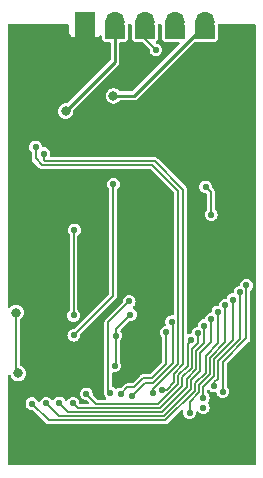
<source format=gbr>
%TF.GenerationSoftware,KiCad,Pcbnew,8.0.2-1*%
%TF.CreationDate,2024-05-28T17:40:09-07:00*%
%TF.ProjectId,camera_v2,63616d65-7261-45f7-9632-2e6b69636164,rev?*%
%TF.SameCoordinates,Original*%
%TF.FileFunction,Copper,L2,Bot*%
%TF.FilePolarity,Positive*%
%FSLAX46Y46*%
G04 Gerber Fmt 4.6, Leading zero omitted, Abs format (unit mm)*
G04 Created by KiCad (PCBNEW 8.0.2-1) date 2024-05-28 17:40:09*
%MOMM*%
%LPD*%
G01*
G04 APERTURE LIST*
%TA.AperFunction,ComponentPad*%
%ADD10R,1.700000X1.700000*%
%TD*%
%TA.AperFunction,ComponentPad*%
%ADD11O,1.700000X1.700000*%
%TD*%
%TA.AperFunction,ViaPad*%
%ADD12C,0.560000*%
%TD*%
%TA.AperFunction,ViaPad*%
%ADD13C,0.800000*%
%TD*%
%TA.AperFunction,Conductor*%
%ADD14C,0.152400*%
%TD*%
%TA.AperFunction,Conductor*%
%ADD15C,0.250000*%
%TD*%
G04 APERTURE END LIST*
D10*
%TO.P,J2,1,Pin_1*%
%TO.N,GND*%
X153690000Y-105660000D03*
D11*
%TO.P,J2,2,Pin_2*%
%TO.N,pwr_ctrl*%
X156230000Y-105660000D03*
%TO.P,J2,3,Pin_3*%
%TO.N,SDA1*%
X158770000Y-105660000D03*
%TO.P,J2,4,Pin_4*%
%TO.N,SCL1*%
X161310000Y-105660000D03*
%TO.P,J2,5,Pin_5*%
%TO.N,pwr_in*%
X163850000Y-105660000D03*
%TD*%
D12*
%TO.N,1.5V*%
X152738614Y-132214979D03*
X156100000Y-119420000D03*
%TO.N,+3V3*%
X156205700Y-134807700D03*
X156300000Y-132245500D03*
X163700000Y-138340000D03*
X157533348Y-130473284D03*
D13*
X148025000Y-135450000D03*
X147850000Y-130300000D03*
D12*
%TO.N,2.8V*%
X152721871Y-130542306D03*
X152790000Y-123300000D03*
%TO.N,VBUS_RESET {slash} PC*%
X166200000Y-129200000D03*
X163700000Y-137500000D03*
%TO.N,D9*%
X157628962Y-137328962D03*
X161025000Y-131075000D03*
%TO.N,D8*%
X160550000Y-131975000D03*
X156710460Y-137196340D03*
%TO.N,GND*%
X152080000Y-127190000D03*
X158400000Y-121690000D03*
X151450000Y-119510000D03*
X159060000Y-115880000D03*
D13*
X152200000Y-115500000D03*
D12*
X151290000Y-123420000D03*
X154696786Y-137285906D03*
X167180000Y-136720000D03*
X167440000Y-109020000D03*
X160930000Y-129440000D03*
X154250000Y-132300000D03*
%TO.N,ENABLE_BURN {slash} D7*%
X162681400Y-132650000D03*
X153800000Y-137175000D03*
%TO.N,D6*%
X163237600Y-132050000D03*
X152675000Y-137975000D03*
%TO.N,D5*%
X163793800Y-131400000D03*
X151500000Y-137950000D03*
%TO.N,D4*%
X149200000Y-138011900D03*
X164940000Y-130250000D03*
%TO.N,ENAB_RF {slash} D3*%
X150400000Y-137975000D03*
X163900353Y-119649647D03*
X164384300Y-122000027D03*
X164384300Y-130850000D03*
%TO.N,I2C_RESET {slash} D2*%
X162550000Y-138775000D03*
X165550000Y-129700000D03*
%TO.N,BURN_RELAY_A {slash} VS*%
X164642468Y-136520549D03*
X166800000Y-128600000D03*
%TO.N,HS*%
X165350000Y-137000000D03*
X167355700Y-128000000D03*
%TO.N,Net-(OSC1-OUT)*%
X157430498Y-129350000D03*
X155837544Y-137098418D03*
%TO.N,SDA1*%
X159692940Y-108052940D03*
X160175000Y-136825000D03*
X150200000Y-116835700D03*
%TO.N,SCL1*%
X159425000Y-137125000D03*
X149500000Y-116280000D03*
D13*
%TO.N,pwr_in*%
X156100000Y-111950000D03*
%TO.N,pwr_ctrl*%
X152050000Y-113250000D03*
%TD*%
D14*
%TO.N,1.5V*%
X156050000Y-119470000D02*
X156100000Y-119420000D01*
X152738614Y-132214979D02*
X156050000Y-128903593D01*
X156050000Y-128903593D02*
X156050000Y-119470000D01*
%TO.N,+3V3*%
X156300000Y-131706632D02*
X157533348Y-130473284D01*
X156205700Y-134807700D02*
X156300000Y-134713400D01*
X147850000Y-135275000D02*
X148025000Y-135450000D01*
X156300000Y-134713400D02*
X156300000Y-132245500D01*
X147850000Y-130300000D02*
X147850000Y-135275000D01*
X156300000Y-132245500D02*
X156300000Y-131706632D01*
%TO.N,2.8V*%
X152721871Y-123368129D02*
X152790000Y-123300000D01*
X152721871Y-130542306D02*
X152721871Y-123368129D01*
%TO.N,VBUS_RESET {slash} PC*%
X166200000Y-132653264D02*
X164597600Y-134255664D01*
X164597600Y-134255664D02*
X164597600Y-135677400D01*
X163700000Y-136575000D02*
X163700000Y-137500000D01*
X166200000Y-129200000D02*
X166200000Y-132653264D01*
X164597600Y-135677400D02*
X163700000Y-136575000D01*
%TO.N,D9*%
X159479896Y-136225000D02*
X161106200Y-134598696D01*
X161106200Y-134598696D02*
X161106200Y-131156200D01*
X161106200Y-131156200D02*
X161025000Y-131075000D01*
X158732924Y-136225000D02*
X159479896Y-136225000D01*
X157628962Y-137328962D02*
X158732924Y-136225000D01*
%TO.N,D8*%
X158586956Y-135872600D02*
X159333928Y-135872600D01*
X157281800Y-136625000D02*
X157834556Y-136625000D01*
X157834556Y-136625000D02*
X158586956Y-135872600D01*
X160550000Y-134656528D02*
X160550000Y-131975000D01*
X159333928Y-135872600D02*
X160550000Y-134656528D01*
X156710460Y-137196340D02*
X157281800Y-136625000D01*
%TO.N,GND*%
X154696786Y-137285906D02*
X154575000Y-137164120D01*
X154250000Y-134750000D02*
X154250000Y-132300000D01*
X154575000Y-137164120D02*
X154575000Y-135075000D01*
X154575000Y-135075000D02*
X154250000Y-134750000D01*
%TO.N,ENABLE_BURN {slash} D7*%
X154640400Y-138015400D02*
X153800000Y-137175000D01*
X161585600Y-135614400D02*
X161585600Y-136335974D01*
X162370200Y-134829800D02*
X161585600Y-135614400D01*
X161585600Y-136335974D02*
X159906174Y-138015400D01*
X162681400Y-132650000D02*
X162370200Y-132961200D01*
X159906174Y-138015400D02*
X154640400Y-138015400D01*
X162370200Y-132961200D02*
X162370200Y-134829800D01*
%TO.N,D6*%
X153067800Y-138367800D02*
X160052142Y-138367800D01*
X152675000Y-137975000D02*
X153067800Y-138367800D01*
X161938000Y-135760368D02*
X162722600Y-134975768D01*
X163237600Y-132880386D02*
X163237600Y-132050000D01*
X162722600Y-133395386D02*
X163237600Y-132880386D01*
X162722600Y-134975768D02*
X162722600Y-133395386D01*
X161938000Y-136481942D02*
X161938000Y-135760368D01*
X160052142Y-138367800D02*
X161938000Y-136481942D01*
%TO.N,D5*%
X160198110Y-138720200D02*
X162290400Y-136627910D01*
X163793800Y-132859672D02*
X163793800Y-131400000D01*
X152270200Y-138720200D02*
X160198110Y-138720200D01*
X151500000Y-137950000D02*
X152270200Y-138720200D01*
X162290400Y-136627910D02*
X162290400Y-135906336D01*
X163075000Y-133578472D02*
X163793800Y-132859672D01*
X163075000Y-135121736D02*
X163075000Y-133578472D01*
X162290400Y-135906336D02*
X163075000Y-135121736D01*
%TO.N,D4*%
X164940000Y-132916528D02*
X164940000Y-130250000D01*
X162995200Y-136919846D02*
X162995200Y-136283064D01*
X162995200Y-136283064D02*
X163892800Y-135385464D01*
X149200000Y-138011900D02*
X150613100Y-139425000D01*
X163892800Y-135385464D02*
X163892800Y-133963727D01*
X150613100Y-139425000D02*
X160490046Y-139425000D01*
X160490046Y-139425000D02*
X162995200Y-136919846D01*
X163892800Y-133963727D02*
X164940000Y-132916528D01*
%TO.N,ENAB_RF {slash} D3*%
X164384300Y-120133594D02*
X164384300Y-122000027D01*
X164384300Y-132767540D02*
X164384300Y-130850000D01*
X160344078Y-139072600D02*
X162642800Y-136773878D01*
X163900353Y-119649647D02*
X164384300Y-120133594D01*
X163427400Y-133724440D02*
X164384300Y-132767540D01*
X151497600Y-139072600D02*
X160344078Y-139072600D01*
X162642800Y-136052304D02*
X163427400Y-135267704D01*
X162642800Y-136773878D02*
X162642800Y-136052304D01*
X150400000Y-137975000D02*
X151497600Y-139072600D01*
X163427400Y-135267704D02*
X163427400Y-133724440D01*
%TO.N,I2C_RESET {slash} D2*%
X164245200Y-135531432D02*
X164245200Y-134109696D01*
X164245200Y-134109696D02*
X165550000Y-132804896D01*
X163347600Y-137065814D02*
X163347600Y-136429032D01*
X162550000Y-137863414D02*
X163347600Y-137065814D01*
X165550000Y-132804896D02*
X165550000Y-129700000D01*
X163347600Y-136429032D02*
X164245200Y-135531432D01*
X162550000Y-138775000D02*
X162550000Y-137863414D01*
%TO.N,BURN_RELAY_A {slash} VS*%
X164950000Y-134401632D02*
X166800000Y-132551632D01*
X164950000Y-135900000D02*
X164950000Y-134401632D01*
X164642468Y-136207532D02*
X164950000Y-135900000D01*
X166800000Y-132551632D02*
X166800000Y-128600000D01*
X164642468Y-136520549D02*
X164642468Y-136207532D01*
%TO.N,HS*%
X167355700Y-132494300D02*
X165350000Y-134500000D01*
X167355700Y-128000000D02*
X167355700Y-132494300D01*
X165350000Y-134500000D02*
X165350000Y-137000000D01*
%TO.N,Net-(OSC1-OUT)*%
X155649500Y-136910374D02*
X155649500Y-131130998D01*
X155837544Y-137098418D02*
X155649500Y-136910374D01*
X155649500Y-131130998D02*
X157430498Y-129350000D01*
%TO.N,SDA1*%
X150200000Y-117400000D02*
X150200000Y-116835700D01*
X161233200Y-135468432D02*
X162017800Y-134683832D01*
X150272600Y-117472600D02*
X150200000Y-117400000D01*
X158770000Y-107130000D02*
X158770000Y-105853200D01*
X162017800Y-119892800D02*
X159597600Y-117472600D01*
X159597600Y-117472600D02*
X150272600Y-117472600D01*
X160598206Y-136825000D02*
X161233200Y-136190006D01*
X162017800Y-134683832D02*
X162017800Y-119892800D01*
X161233200Y-136190006D02*
X161233200Y-135468432D01*
X160175000Y-136825000D02*
X160598206Y-136825000D01*
X159692940Y-108052940D02*
X158770000Y-107130000D01*
%TO.N,SCL1*%
X159425000Y-137125000D02*
X159425000Y-136778264D01*
X159400000Y-117825000D02*
X150075000Y-117825000D01*
X150075000Y-117825000D02*
X149500000Y-117250000D01*
X159425000Y-136778264D02*
X161581200Y-134622064D01*
X149500000Y-117250000D02*
X149500000Y-116280000D01*
X161581200Y-120006200D02*
X159400000Y-117825000D01*
X161581200Y-134622064D02*
X161581200Y-120006200D01*
D15*
%TO.N,pwr_in*%
X156100000Y-111950000D02*
X157875000Y-111950000D01*
X157875000Y-111950000D02*
X163850000Y-105975000D01*
%TO.N,pwr_ctrl*%
X152050000Y-113250000D02*
X156230000Y-109070000D01*
X156230000Y-109070000D02*
X156230000Y-105975000D01*
%TD*%
%TA.AperFunction,Conductor*%
%TO.N,pwr_ctrl*%
G36*
X157023039Y-105870185D02*
G01*
X157068794Y-105922989D01*
X157080000Y-105974500D01*
X157080000Y-107006000D01*
X157060315Y-107073039D01*
X157007511Y-107118794D01*
X156956000Y-107130000D01*
X155504000Y-107130000D01*
X155436961Y-107110315D01*
X155391206Y-107057511D01*
X155380000Y-107006000D01*
X155380000Y-105974500D01*
X155399685Y-105907461D01*
X155452489Y-105861706D01*
X155504000Y-105850500D01*
X156956000Y-105850500D01*
X157023039Y-105870185D01*
G37*
%TD.AperFunction*%
%TD*%
%TA.AperFunction,Conductor*%
%TO.N,pwr_in*%
G36*
X164643039Y-105870185D02*
G01*
X164688794Y-105922989D01*
X164700000Y-105974500D01*
X164700000Y-107006000D01*
X164680315Y-107073039D01*
X164627511Y-107118794D01*
X164576000Y-107130000D01*
X163124000Y-107130000D01*
X163056961Y-107110315D01*
X163011206Y-107057511D01*
X163000000Y-107006000D01*
X163000000Y-105974500D01*
X163019685Y-105907461D01*
X163072489Y-105861706D01*
X163124000Y-105850500D01*
X164576000Y-105850500D01*
X164643039Y-105870185D01*
G37*
%TD.AperFunction*%
%TD*%
%TA.AperFunction,Conductor*%
%TO.N,GND*%
G36*
X152283039Y-105870185D02*
G01*
X152328794Y-105922989D01*
X152340000Y-105974500D01*
X152340000Y-106557844D01*
X152346401Y-106617372D01*
X152346403Y-106617379D01*
X152396645Y-106752086D01*
X152396649Y-106752093D01*
X152482809Y-106867187D01*
X152482812Y-106867190D01*
X152597906Y-106953350D01*
X152597913Y-106953354D01*
X152732620Y-107003596D01*
X152732627Y-107003598D01*
X152792155Y-107009999D01*
X152792172Y-107010000D01*
X152840000Y-107010000D01*
X152840000Y-107130000D01*
X154540000Y-107130000D01*
X154540000Y-107010000D01*
X154587828Y-107010000D01*
X154587844Y-107009999D01*
X154647372Y-107003598D01*
X154647379Y-107003596D01*
X154782086Y-106953354D01*
X154782093Y-106953350D01*
X154897187Y-106867190D01*
X154897232Y-106867131D01*
X154897291Y-106867086D01*
X154903460Y-106860918D01*
X154904346Y-106861804D01*
X154953165Y-106825259D01*
X155022856Y-106820273D01*
X155084180Y-106853758D01*
X155117666Y-106915080D01*
X155120500Y-106941440D01*
X155120500Y-107006008D01*
X155126430Y-107061161D01*
X155137639Y-107112683D01*
X155144986Y-107139463D01*
X155189642Y-107217883D01*
X155195089Y-107227448D01*
X155202386Y-107235869D01*
X155240840Y-107280248D01*
X155240843Y-107280251D01*
X155240844Y-107280252D01*
X155274131Y-107312371D01*
X155363849Y-107359303D01*
X155430888Y-107378988D01*
X155430892Y-107378988D01*
X155430894Y-107378989D01*
X155442707Y-107380687D01*
X155504000Y-107389500D01*
X155726500Y-107389500D01*
X155793539Y-107409185D01*
X155839294Y-107461989D01*
X155850500Y-107513500D01*
X155850500Y-108861443D01*
X155830815Y-108928482D01*
X155814181Y-108949124D01*
X152204124Y-112559181D01*
X152142801Y-112592666D01*
X152116443Y-112595500D01*
X151970528Y-112595500D01*
X151816208Y-112633536D01*
X151675469Y-112707401D01*
X151556506Y-112812794D01*
X151556500Y-112812801D01*
X151466214Y-112943602D01*
X151409850Y-113092218D01*
X151390693Y-113249999D01*
X151390693Y-113250000D01*
X151409850Y-113407781D01*
X151450427Y-113514773D01*
X151466213Y-113556395D01*
X151556502Y-113687201D01*
X151556504Y-113687203D01*
X151556506Y-113687205D01*
X151675469Y-113792598D01*
X151675471Y-113792599D01*
X151816207Y-113866463D01*
X151893368Y-113885481D01*
X151970528Y-113904500D01*
X151970529Y-113904500D01*
X152129472Y-113904500D01*
X152180911Y-113891821D01*
X152283793Y-113866463D01*
X152424529Y-113792599D01*
X152543498Y-113687201D01*
X152633787Y-113556395D01*
X152690149Y-113407782D01*
X152709307Y-113250000D01*
X152703308Y-113200595D01*
X152714768Y-113131674D01*
X152738720Y-113097972D01*
X156452809Y-109383884D01*
X156452814Y-109383880D01*
X156463017Y-109373676D01*
X156463019Y-109373676D01*
X156533676Y-109303019D01*
X156583638Y-109216482D01*
X156589103Y-109196084D01*
X156609501Y-109119962D01*
X156609501Y-109020038D01*
X156609501Y-109012443D01*
X156609500Y-109012425D01*
X156609500Y-107513500D01*
X156629185Y-107446461D01*
X156681989Y-107400706D01*
X156733500Y-107389500D01*
X156955991Y-107389500D01*
X156956000Y-107389500D01*
X157011163Y-107383569D01*
X157062674Y-107372363D01*
X157089461Y-107365014D01*
X157092101Y-107363511D01*
X157099490Y-107359303D01*
X157177448Y-107314911D01*
X157230252Y-107269156D01*
X157262371Y-107235869D01*
X157309303Y-107146151D01*
X157328988Y-107079112D01*
X157339500Y-107006000D01*
X157339500Y-105974500D01*
X157359185Y-105907461D01*
X157411989Y-105861706D01*
X157463500Y-105850500D01*
X157536500Y-105850500D01*
X157603539Y-105870185D01*
X157649294Y-105922989D01*
X157660500Y-105974500D01*
X157660500Y-107006008D01*
X157666430Y-107061161D01*
X157677639Y-107112683D01*
X157684986Y-107139463D01*
X157729642Y-107217883D01*
X157735089Y-107227448D01*
X157742386Y-107235869D01*
X157780840Y-107280248D01*
X157780843Y-107280251D01*
X157780844Y-107280252D01*
X157814131Y-107312371D01*
X157903849Y-107359303D01*
X157970888Y-107378988D01*
X157970892Y-107378988D01*
X157970894Y-107378989D01*
X157982707Y-107380687D01*
X158044000Y-107389500D01*
X158510458Y-107389500D01*
X158577497Y-107409185D01*
X158598139Y-107425819D01*
X159118898Y-107946578D01*
X159152383Y-108007901D01*
X159154157Y-108050439D01*
X159153828Y-108052938D01*
X159153828Y-108052940D01*
X159172198Y-108192471D01*
X159172199Y-108192475D01*
X159226053Y-108322493D01*
X159226054Y-108322495D01*
X159226055Y-108322496D01*
X159311730Y-108434150D01*
X159423384Y-108519825D01*
X159553408Y-108573682D01*
X159676706Y-108589914D01*
X159692939Y-108592052D01*
X159692940Y-108592052D01*
X159692941Y-108592052D01*
X159707481Y-108590137D01*
X159832472Y-108573682D01*
X159962496Y-108519825D01*
X160074150Y-108434150D01*
X160159825Y-108322496D01*
X160213682Y-108192472D01*
X160232052Y-108052940D01*
X160213682Y-107913408D01*
X160159825Y-107783384D01*
X160074150Y-107671730D01*
X159962496Y-107586055D01*
X159962495Y-107586054D01*
X159962493Y-107586053D01*
X159832475Y-107532199D01*
X159832473Y-107532198D01*
X159832472Y-107532198D01*
X159788423Y-107526398D01*
X159724528Y-107498132D01*
X159686057Y-107439808D01*
X159685226Y-107369943D01*
X159722298Y-107310720D01*
X159723408Y-107309747D01*
X159770241Y-107269166D01*
X159770242Y-107269164D01*
X159770252Y-107269156D01*
X159802371Y-107235869D01*
X159849303Y-107146151D01*
X159868988Y-107079112D01*
X159879500Y-107006000D01*
X159879500Y-105974500D01*
X159899185Y-105907461D01*
X159951989Y-105861706D01*
X160003500Y-105850500D01*
X160076500Y-105850500D01*
X160143539Y-105870185D01*
X160189294Y-105922989D01*
X160200500Y-105974500D01*
X160200500Y-107006008D01*
X160206430Y-107061161D01*
X160217639Y-107112683D01*
X160224986Y-107139463D01*
X160269642Y-107217883D01*
X160275089Y-107227448D01*
X160282386Y-107235869D01*
X160320840Y-107280248D01*
X160320843Y-107280251D01*
X160320844Y-107280252D01*
X160354131Y-107312371D01*
X160443849Y-107359303D01*
X160510888Y-107378988D01*
X160510892Y-107378988D01*
X160510894Y-107378989D01*
X160522707Y-107380687D01*
X160584000Y-107389500D01*
X161599444Y-107389500D01*
X161666483Y-107409185D01*
X161712238Y-107461989D01*
X161722182Y-107531147D01*
X161693157Y-107594703D01*
X161687125Y-107601181D01*
X157754125Y-111534181D01*
X157692802Y-111567666D01*
X157666444Y-111570500D01*
X156698406Y-111570500D01*
X156631367Y-111550815D01*
X156596355Y-111516938D01*
X156593500Y-111512802D01*
X156593499Y-111512801D01*
X156593498Y-111512799D01*
X156593495Y-111512796D01*
X156593493Y-111512794D01*
X156474530Y-111407401D01*
X156333791Y-111333536D01*
X156179472Y-111295500D01*
X156179471Y-111295500D01*
X156020529Y-111295500D01*
X156020528Y-111295500D01*
X155866208Y-111333536D01*
X155725469Y-111407401D01*
X155606506Y-111512794D01*
X155606500Y-111512801D01*
X155516214Y-111643602D01*
X155459850Y-111792218D01*
X155440693Y-111949999D01*
X155440693Y-111950000D01*
X155459850Y-112107781D01*
X155516214Y-112256397D01*
X155592343Y-112366689D01*
X155606502Y-112387201D01*
X155606504Y-112387203D01*
X155606506Y-112387205D01*
X155725469Y-112492598D01*
X155725471Y-112492599D01*
X155866207Y-112566463D01*
X155943368Y-112585481D01*
X156020528Y-112604500D01*
X156020529Y-112604500D01*
X156179472Y-112604500D01*
X156230911Y-112591821D01*
X156333793Y-112566463D01*
X156474529Y-112492599D01*
X156593498Y-112387201D01*
X156596355Y-112383062D01*
X156650637Y-112339070D01*
X156698406Y-112329500D01*
X157817426Y-112329500D01*
X157817442Y-112329501D01*
X157825038Y-112329501D01*
X157924961Y-112329501D01*
X157924962Y-112329501D01*
X158001080Y-112309104D01*
X158001082Y-112309104D01*
X158014015Y-112305638D01*
X158021482Y-112303638D01*
X158108019Y-112253676D01*
X158178676Y-112183019D01*
X158178676Y-112183017D01*
X158188880Y-112172814D01*
X158188884Y-112172809D01*
X162947388Y-107414304D01*
X163008709Y-107380821D01*
X163052705Y-107379249D01*
X163124000Y-107389500D01*
X163124004Y-107389500D01*
X164575991Y-107389500D01*
X164576000Y-107389500D01*
X164631163Y-107383569D01*
X164682674Y-107372363D01*
X164709461Y-107365014D01*
X164712101Y-107363511D01*
X164719490Y-107359303D01*
X164797448Y-107314911D01*
X164850252Y-107269156D01*
X164882371Y-107235869D01*
X164929303Y-107146151D01*
X164948988Y-107079112D01*
X164959500Y-107006000D01*
X164959500Y-105974500D01*
X164979185Y-105907461D01*
X165031989Y-105861706D01*
X165083500Y-105850500D01*
X168035500Y-105850500D01*
X168102539Y-105870185D01*
X168148294Y-105922989D01*
X168159500Y-105974500D01*
X168159500Y-143095500D01*
X168139815Y-143162539D01*
X168087011Y-143208294D01*
X168035500Y-143219500D01*
X147274500Y-143219500D01*
X147207461Y-143199815D01*
X147161706Y-143147011D01*
X147150500Y-143095500D01*
X147150500Y-138011899D01*
X148660888Y-138011899D01*
X148660888Y-138011900D01*
X148679258Y-138151431D01*
X148679259Y-138151435D01*
X148733113Y-138281453D01*
X148733114Y-138281455D01*
X148733115Y-138281456D01*
X148818790Y-138393110D01*
X148930444Y-138478785D01*
X148930445Y-138478785D01*
X148930446Y-138478786D01*
X148935311Y-138480801D01*
X149060468Y-138532642D01*
X149200000Y-138551012D01*
X149202487Y-138550684D01*
X149204588Y-138551012D01*
X149208129Y-138551012D01*
X149208129Y-138551563D01*
X149271520Y-138561444D01*
X149306361Y-138585941D01*
X150344133Y-139623713D01*
X150344143Y-139623724D01*
X150348474Y-139628055D01*
X150410045Y-139689626D01*
X150485454Y-139733164D01*
X150569562Y-139755700D01*
X150569563Y-139755700D01*
X150569565Y-139755700D01*
X160533581Y-139755700D01*
X160533583Y-139755700D01*
X160533584Y-139755700D01*
X160617692Y-139733164D01*
X160693101Y-139689626D01*
X160754672Y-139628055D01*
X160754672Y-139628053D01*
X160764876Y-139617850D01*
X160764879Y-139617845D01*
X161813713Y-138569012D01*
X161875035Y-138535528D01*
X161944727Y-138540512D01*
X162000660Y-138582384D01*
X162025077Y-138647848D01*
X162024332Y-138672879D01*
X162010888Y-138774997D01*
X162010888Y-138775000D01*
X162029258Y-138914531D01*
X162029259Y-138914535D01*
X162083113Y-139044553D01*
X162083114Y-139044555D01*
X162083115Y-139044556D01*
X162168790Y-139156210D01*
X162280444Y-139241885D01*
X162410468Y-139295742D01*
X162533766Y-139311974D01*
X162549999Y-139314112D01*
X162550000Y-139314112D01*
X162550001Y-139314112D01*
X162564541Y-139312197D01*
X162689532Y-139295742D01*
X162819556Y-139241885D01*
X162931210Y-139156210D01*
X163016885Y-139044556D01*
X163070742Y-138914532D01*
X163089112Y-138775000D01*
X163089112Y-138774997D01*
X163089717Y-138770401D01*
X163117983Y-138706504D01*
X163176308Y-138668033D01*
X163246173Y-138667202D01*
X163305396Y-138704274D01*
X163311030Y-138711097D01*
X163318790Y-138721210D01*
X163430444Y-138806885D01*
X163560468Y-138860742D01*
X163683766Y-138876974D01*
X163699999Y-138879112D01*
X163700000Y-138879112D01*
X163700001Y-138879112D01*
X163714541Y-138877197D01*
X163839532Y-138860742D01*
X163969556Y-138806885D01*
X164081210Y-138721210D01*
X164166885Y-138609556D01*
X164220742Y-138479532D01*
X164239112Y-138340000D01*
X164220742Y-138200468D01*
X164185147Y-138114532D01*
X164166885Y-138070443D01*
X164126194Y-138017415D01*
X164109367Y-137995485D01*
X164084173Y-137930318D01*
X164098211Y-137861873D01*
X164109365Y-137844517D01*
X164166885Y-137769556D01*
X164220742Y-137639532D01*
X164239112Y-137500000D01*
X164220742Y-137360468D01*
X164166885Y-137230444D01*
X164081210Y-137118790D01*
X164081205Y-137118786D01*
X164079207Y-137117252D01*
X164077947Y-137115526D01*
X164075460Y-137113039D01*
X164075847Y-137112651D01*
X164038008Y-137060821D01*
X164030700Y-137018881D01*
X164030700Y-136966581D01*
X164050385Y-136899542D01*
X164103189Y-136853787D01*
X164172347Y-136843843D01*
X164235903Y-136872868D01*
X164253071Y-136891090D01*
X164261258Y-136901759D01*
X164372912Y-136987434D01*
X164502936Y-137041291D01*
X164626234Y-137057523D01*
X164642467Y-137059661D01*
X164642468Y-137059661D01*
X164642469Y-137059661D01*
X164659660Y-137057397D01*
X164694405Y-137052823D01*
X164763440Y-137063588D01*
X164815696Y-137109968D01*
X164825429Y-137132321D01*
X164826148Y-137132024D01*
X164883113Y-137269553D01*
X164883114Y-137269555D01*
X164883115Y-137269556D01*
X164968790Y-137381210D01*
X165080444Y-137466885D01*
X165080445Y-137466885D01*
X165080446Y-137466886D01*
X165094695Y-137472788D01*
X165210468Y-137520742D01*
X165333766Y-137536974D01*
X165349999Y-137539112D01*
X165350000Y-137539112D01*
X165350001Y-137539112D01*
X165364541Y-137537197D01*
X165489532Y-137520742D01*
X165619556Y-137466885D01*
X165731210Y-137381210D01*
X165816885Y-137269556D01*
X165870742Y-137139532D01*
X165889112Y-137000000D01*
X165870742Y-136860468D01*
X165816885Y-136730444D01*
X165731210Y-136618790D01*
X165731205Y-136618786D01*
X165729207Y-136617252D01*
X165727947Y-136615526D01*
X165725460Y-136613039D01*
X165725847Y-136612651D01*
X165688008Y-136560821D01*
X165680700Y-136518881D01*
X165680700Y-134688341D01*
X165700385Y-134621302D01*
X165717014Y-134600665D01*
X167548545Y-132769133D01*
X167548550Y-132769130D01*
X167558753Y-132758926D01*
X167558755Y-132758926D01*
X167620326Y-132697355D01*
X167663864Y-132621946D01*
X167686400Y-132537838D01*
X167686400Y-128481118D01*
X167706085Y-128414079D01*
X167734916Y-128382740D01*
X167736910Y-128381210D01*
X167822585Y-128269556D01*
X167876442Y-128139532D01*
X167894812Y-128000000D01*
X167876442Y-127860468D01*
X167822585Y-127730444D01*
X167736910Y-127618790D01*
X167625256Y-127533115D01*
X167625255Y-127533114D01*
X167625253Y-127533113D01*
X167495235Y-127479259D01*
X167495233Y-127479258D01*
X167495232Y-127479258D01*
X167425466Y-127470073D01*
X167355701Y-127460888D01*
X167355699Y-127460888D01*
X167216168Y-127479258D01*
X167216164Y-127479259D01*
X167086146Y-127533113D01*
X166974490Y-127618790D01*
X166888813Y-127730446D01*
X166834959Y-127860464D01*
X166834958Y-127860469D01*
X166821142Y-127965406D01*
X166792875Y-128029303D01*
X166734550Y-128067773D01*
X166714388Y-128072159D01*
X166660468Y-128079258D01*
X166660467Y-128079258D01*
X166660464Y-128079259D01*
X166530446Y-128133113D01*
X166418790Y-128218790D01*
X166333113Y-128330446D01*
X166279259Y-128460464D01*
X166279258Y-128460468D01*
X166266223Y-128559471D01*
X166237956Y-128623367D01*
X166179631Y-128661837D01*
X166159471Y-128666223D01*
X166060468Y-128679258D01*
X166060464Y-128679259D01*
X165930446Y-128733113D01*
X165818790Y-128818790D01*
X165733113Y-128930446D01*
X165679259Y-129060464D01*
X165677155Y-129068318D01*
X165673868Y-129067437D01*
X165652000Y-129116930D01*
X165593691Y-129155426D01*
X165557293Y-129160888D01*
X165549999Y-129160888D01*
X165410468Y-129179258D01*
X165410464Y-129179259D01*
X165280446Y-129233113D01*
X165168790Y-129318790D01*
X165083113Y-129430446D01*
X165029259Y-129560464D01*
X165029258Y-129560469D01*
X165023099Y-129607249D01*
X164994832Y-129671146D01*
X164936507Y-129709616D01*
X164916346Y-129714002D01*
X164800468Y-129729258D01*
X164800464Y-129729259D01*
X164670446Y-129783113D01*
X164558790Y-129868790D01*
X164473113Y-129980446D01*
X164419259Y-130110464D01*
X164419258Y-130110469D01*
X164405442Y-130215406D01*
X164377175Y-130279303D01*
X164318850Y-130317773D01*
X164298688Y-130322159D01*
X164244768Y-130329258D01*
X164244767Y-130329258D01*
X164244764Y-130329259D01*
X164114746Y-130383113D01*
X164003090Y-130468790D01*
X163917413Y-130580446D01*
X163863559Y-130710464D01*
X163863558Y-130710469D01*
X163857055Y-130759861D01*
X163828788Y-130823758D01*
X163770463Y-130862228D01*
X163750303Y-130866614D01*
X163654268Y-130879258D01*
X163654264Y-130879259D01*
X163524246Y-130933113D01*
X163412590Y-131018790D01*
X163326913Y-131130446D01*
X163273059Y-131260464D01*
X163273058Y-131260468D01*
X163253627Y-131408058D01*
X163252340Y-131407888D01*
X163235003Y-131466932D01*
X163182199Y-131512687D01*
X163146875Y-131522832D01*
X163098068Y-131529258D01*
X163098064Y-131529259D01*
X162968046Y-131583113D01*
X162856390Y-131668790D01*
X162770713Y-131780446D01*
X162716859Y-131910464D01*
X162716858Y-131910469D01*
X162703051Y-132015339D01*
X162674784Y-132079235D01*
X162616459Y-132117706D01*
X162596297Y-132122092D01*
X162541868Y-132129258D01*
X162541867Y-132129258D01*
X162541864Y-132129259D01*
X162519950Y-132138336D01*
X162450481Y-132145803D01*
X162388002Y-132114527D01*
X162352351Y-132054437D01*
X162348500Y-132023774D01*
X162348500Y-119946340D01*
X162348501Y-119946327D01*
X162348501Y-119849265D01*
X162348501Y-119849263D01*
X162329450Y-119778164D01*
X162325964Y-119765154D01*
X162282426Y-119689745D01*
X162242327Y-119649646D01*
X163361241Y-119649646D01*
X163361241Y-119649647D01*
X163379611Y-119789178D01*
X163379612Y-119789182D01*
X163433466Y-119919200D01*
X163433467Y-119919202D01*
X163433468Y-119919203D01*
X163519143Y-120030857D01*
X163630797Y-120116532D01*
X163760821Y-120170389D01*
X163900353Y-120188759D01*
X163902840Y-120188431D01*
X163904941Y-120188759D01*
X163908482Y-120188759D01*
X163908482Y-120189310D01*
X163971873Y-120199191D01*
X164006714Y-120223688D01*
X164017281Y-120234255D01*
X164050766Y-120295578D01*
X164053600Y-120321936D01*
X164053600Y-121518908D01*
X164033915Y-121585947D01*
X164005093Y-121617279D01*
X164003094Y-121618813D01*
X164003092Y-121618815D01*
X164003090Y-121618817D01*
X163945973Y-121693253D01*
X163917413Y-121730473D01*
X163863559Y-121860491D01*
X163863558Y-121860495D01*
X163845188Y-122000026D01*
X163845188Y-122000027D01*
X163863558Y-122139558D01*
X163863559Y-122139562D01*
X163917413Y-122269580D01*
X163917414Y-122269582D01*
X163917415Y-122269583D01*
X164003090Y-122381237D01*
X164114744Y-122466912D01*
X164244768Y-122520769D01*
X164368066Y-122537001D01*
X164384299Y-122539139D01*
X164384300Y-122539139D01*
X164384301Y-122539139D01*
X164398841Y-122537224D01*
X164523832Y-122520769D01*
X164653856Y-122466912D01*
X164765510Y-122381237D01*
X164851185Y-122269583D01*
X164905042Y-122139559D01*
X164923412Y-122000027D01*
X164905042Y-121860495D01*
X164851185Y-121730471D01*
X164765510Y-121618817D01*
X164765505Y-121618813D01*
X164763507Y-121617279D01*
X164762247Y-121615553D01*
X164759760Y-121613066D01*
X164760147Y-121612678D01*
X164722308Y-121560848D01*
X164715000Y-121518908D01*
X164715000Y-120090059D01*
X164715000Y-120090056D01*
X164692464Y-120005948D01*
X164648926Y-119930539D01*
X164587355Y-119868968D01*
X164583024Y-119864637D01*
X164583013Y-119864627D01*
X164474394Y-119756008D01*
X164440909Y-119694685D01*
X164439137Y-119652136D01*
X164439465Y-119649647D01*
X164421095Y-119510115D01*
X164367238Y-119380091D01*
X164281563Y-119268437D01*
X164169909Y-119182762D01*
X164169908Y-119182761D01*
X164169906Y-119182760D01*
X164039888Y-119128906D01*
X164039886Y-119128905D01*
X164039885Y-119128905D01*
X163970119Y-119119720D01*
X163900354Y-119110535D01*
X163900352Y-119110535D01*
X163760821Y-119128905D01*
X163760817Y-119128906D01*
X163630799Y-119182760D01*
X163519143Y-119268437D01*
X163433466Y-119380093D01*
X163379612Y-119510111D01*
X163379611Y-119510115D01*
X163361241Y-119649646D01*
X162242327Y-119649646D01*
X162220855Y-119628174D01*
X162216524Y-119623843D01*
X162216513Y-119623833D01*
X159869296Y-117276616D01*
X159869294Y-117276613D01*
X159800657Y-117207976D01*
X159800655Y-117207974D01*
X159725246Y-117164436D01*
X159641139Y-117141900D01*
X159641138Y-117141900D01*
X150837285Y-117141900D01*
X150770246Y-117122215D01*
X150724491Y-117069411D01*
X150714547Y-117000253D01*
X150719214Y-116983237D01*
X150718638Y-116983083D01*
X150720738Y-116975240D01*
X150720742Y-116975232D01*
X150739112Y-116835700D01*
X150720742Y-116696168D01*
X150666885Y-116566144D01*
X150581210Y-116454490D01*
X150469556Y-116368815D01*
X150469555Y-116368814D01*
X150469553Y-116368813D01*
X150339535Y-116314959D01*
X150339533Y-116314958D01*
X150339532Y-116314958D01*
X150269766Y-116305773D01*
X150200001Y-116296588D01*
X150199996Y-116296588D01*
X150166937Y-116300940D01*
X150097902Y-116290174D01*
X150045647Y-116243793D01*
X150027814Y-116194186D01*
X150020742Y-116140469D01*
X150020740Y-116140464D01*
X149966886Y-116010446D01*
X149966885Y-116010445D01*
X149966885Y-116010444D01*
X149881210Y-115898790D01*
X149769556Y-115813115D01*
X149769555Y-115813114D01*
X149769553Y-115813113D01*
X149639535Y-115759259D01*
X149639533Y-115759258D01*
X149639532Y-115759258D01*
X149569766Y-115750073D01*
X149500001Y-115740888D01*
X149499999Y-115740888D01*
X149360468Y-115759258D01*
X149360464Y-115759259D01*
X149230446Y-115813113D01*
X149118790Y-115898790D01*
X149033113Y-116010446D01*
X148979259Y-116140464D01*
X148979258Y-116140468D01*
X148960888Y-116279999D01*
X148960888Y-116280000D01*
X148979258Y-116419531D01*
X148979259Y-116419535D01*
X149033113Y-116549553D01*
X149033114Y-116549555D01*
X149033115Y-116549556D01*
X149118790Y-116661210D01*
X149120784Y-116662740D01*
X149122042Y-116664462D01*
X149124541Y-116666962D01*
X149124151Y-116667351D01*
X149161988Y-116719167D01*
X149169300Y-116761118D01*
X149169300Y-117293538D01*
X149191836Y-117377646D01*
X149235374Y-117453055D01*
X149235376Y-117453057D01*
X149304010Y-117521691D01*
X149304016Y-117521696D01*
X149806033Y-118023713D01*
X149806043Y-118023724D01*
X149810373Y-118028054D01*
X149810374Y-118028055D01*
X149871945Y-118089626D01*
X149947354Y-118133164D01*
X149959851Y-118136512D01*
X149969879Y-118139199D01*
X149969883Y-118139200D01*
X149969891Y-118139202D01*
X150031463Y-118155701D01*
X150031464Y-118155701D01*
X150126133Y-118155701D01*
X150126149Y-118155700D01*
X159211658Y-118155700D01*
X159278697Y-118175385D01*
X159299339Y-118192019D01*
X161214181Y-120106861D01*
X161247666Y-120168184D01*
X161250500Y-120194542D01*
X161250500Y-130424181D01*
X161230815Y-130491220D01*
X161178011Y-130536975D01*
X161110314Y-130547120D01*
X161025001Y-130535888D01*
X161024999Y-130535888D01*
X160885468Y-130554258D01*
X160885464Y-130554259D01*
X160755446Y-130608113D01*
X160643790Y-130693790D01*
X160558113Y-130805446D01*
X160504259Y-130935464D01*
X160504258Y-130935468D01*
X160485888Y-131074999D01*
X160485888Y-131075000D01*
X160504258Y-131214531D01*
X160504258Y-131214532D01*
X160531729Y-131280855D01*
X160539196Y-131350325D01*
X160507921Y-131412803D01*
X160447831Y-131448455D01*
X160433354Y-131451245D01*
X160410468Y-131454258D01*
X160410464Y-131454259D01*
X160280446Y-131508113D01*
X160168790Y-131593790D01*
X160083113Y-131705446D01*
X160029259Y-131835464D01*
X160029258Y-131835468D01*
X160010888Y-131974999D01*
X160010888Y-131975000D01*
X160029258Y-132114531D01*
X160029259Y-132114535D01*
X160083113Y-132244553D01*
X160083114Y-132244555D01*
X160083115Y-132244556D01*
X160168790Y-132356210D01*
X160170784Y-132357740D01*
X160172042Y-132359462D01*
X160174541Y-132361962D01*
X160174151Y-132362351D01*
X160211988Y-132414167D01*
X160219300Y-132456118D01*
X160219300Y-134468185D01*
X160199615Y-134535224D01*
X160182981Y-134555866D01*
X159233267Y-135505581D01*
X159171944Y-135539066D01*
X159145586Y-135541900D01*
X158543416Y-135541900D01*
X158459309Y-135564436D01*
X158383901Y-135607974D01*
X158383898Y-135607976D01*
X158322328Y-135669547D01*
X157733895Y-136257981D01*
X157672572Y-136291466D01*
X157646214Y-136294300D01*
X157332949Y-136294300D01*
X157332933Y-136294299D01*
X157325337Y-136294299D01*
X157238263Y-136294299D01*
X157178270Y-136310374D01*
X157178269Y-136310373D01*
X157154155Y-136316835D01*
X157154154Y-136316835D01*
X157078745Y-136360374D01*
X157078742Y-136360376D01*
X157017172Y-136421947D01*
X156816820Y-136622298D01*
X156755497Y-136655783D01*
X156712956Y-136657556D01*
X156710464Y-136657228D01*
X156710459Y-136657228D01*
X156570928Y-136675598D01*
X156570924Y-136675599D01*
X156440904Y-136729454D01*
X156405369Y-136756721D01*
X156340200Y-136781914D01*
X156271755Y-136767875D01*
X156231508Y-136733830D01*
X156228150Y-136729454D01*
X156218754Y-136717208D01*
X156107100Y-136631533D01*
X156076336Y-136618790D01*
X156056746Y-136610675D01*
X156002343Y-136566833D01*
X155980279Y-136500538D01*
X155980200Y-136496114D01*
X155980200Y-135458518D01*
X155999885Y-135391479D01*
X156052689Y-135345724D01*
X156120382Y-135335579D01*
X156205700Y-135346812D01*
X156345232Y-135328442D01*
X156475256Y-135274585D01*
X156586910Y-135188910D01*
X156672585Y-135077256D01*
X156726442Y-134947232D01*
X156744812Y-134807700D01*
X156726442Y-134668168D01*
X156672585Y-134538144D01*
X156656323Y-134516950D01*
X156631130Y-134451780D01*
X156630700Y-134441465D01*
X156630700Y-132726618D01*
X156650385Y-132659579D01*
X156679216Y-132628240D01*
X156681210Y-132626710D01*
X156766885Y-132515056D01*
X156820742Y-132385032D01*
X156839112Y-132245500D01*
X156820742Y-132105968D01*
X156766885Y-131975944D01*
X156766885Y-131975943D01*
X156716501Y-131910281D01*
X156691307Y-131845111D01*
X156705346Y-131776667D01*
X156727193Y-131747117D01*
X157426987Y-131047323D01*
X157488308Y-131013840D01*
X157530857Y-131012068D01*
X157533348Y-131012396D01*
X157672880Y-130994026D01*
X157802904Y-130940169D01*
X157914558Y-130854494D01*
X158000233Y-130742840D01*
X158054090Y-130612816D01*
X158072460Y-130473284D01*
X158054090Y-130333752D01*
X158000233Y-130203728D01*
X157914558Y-130092074D01*
X157802904Y-130006399D01*
X157802902Y-130006398D01*
X157774139Y-129994484D01*
X157719735Y-129950642D01*
X157697671Y-129884348D01*
X157714951Y-129816649D01*
X157746102Y-129781550D01*
X157811708Y-129731210D01*
X157897383Y-129619556D01*
X157951240Y-129489532D01*
X157969610Y-129350000D01*
X157951240Y-129210468D01*
X157908237Y-129106648D01*
X157897384Y-129080446D01*
X157897383Y-129080445D01*
X157897383Y-129080444D01*
X157811708Y-128968790D01*
X157700054Y-128883115D01*
X157700053Y-128883114D01*
X157700051Y-128883113D01*
X157570033Y-128829259D01*
X157570031Y-128829258D01*
X157570030Y-128829258D01*
X157490519Y-128818790D01*
X157430499Y-128810888D01*
X157430497Y-128810888D01*
X157290966Y-128829258D01*
X157290962Y-128829259D01*
X157160944Y-128883113D01*
X157049288Y-128968790D01*
X156963611Y-129080446D01*
X156909757Y-129210464D01*
X156909756Y-129210468D01*
X156891386Y-129349999D01*
X156891386Y-129350004D01*
X156891714Y-129352496D01*
X156891386Y-129354599D01*
X156891386Y-129358127D01*
X156890836Y-129358127D01*
X156880947Y-129421531D01*
X156856456Y-129456360D01*
X155446447Y-130866370D01*
X155384876Y-130927940D01*
X155384874Y-130927943D01*
X155341336Y-131003351D01*
X155318800Y-131087458D01*
X155318800Y-136935580D01*
X155317739Y-136951765D01*
X155298432Y-137098415D01*
X155298432Y-137098418D01*
X155302895Y-137132321D01*
X155316802Y-137237949D01*
X155316803Y-137237953D01*
X155370658Y-137367974D01*
X155422771Y-137435888D01*
X155451085Y-137472788D01*
X155460620Y-137485213D01*
X155485815Y-137550382D01*
X155471777Y-137618827D01*
X155422963Y-137668817D01*
X155362245Y-137684700D01*
X154828742Y-137684700D01*
X154761703Y-137665015D01*
X154741061Y-137648381D01*
X154374041Y-137281361D01*
X154340556Y-137220038D01*
X154338784Y-137177489D01*
X154339112Y-137175000D01*
X154320742Y-137035468D01*
X154266885Y-136905444D01*
X154181210Y-136793790D01*
X154069556Y-136708115D01*
X154069555Y-136708114D01*
X154069553Y-136708113D01*
X153939535Y-136654259D01*
X153939533Y-136654258D01*
X153939532Y-136654258D01*
X153869766Y-136645073D01*
X153800001Y-136635888D01*
X153799999Y-136635888D01*
X153660468Y-136654258D01*
X153660464Y-136654259D01*
X153530446Y-136708113D01*
X153418790Y-136793790D01*
X153333113Y-136905446D01*
X153279259Y-137035464D01*
X153279258Y-137035468D01*
X153265558Y-137139532D01*
X153260888Y-137175000D01*
X153272847Y-137265840D01*
X153279258Y-137314531D01*
X153279259Y-137314535D01*
X153333113Y-137444553D01*
X153333114Y-137444555D01*
X153333115Y-137444556D01*
X153418790Y-137556210D01*
X153530444Y-137641885D01*
X153530445Y-137641885D01*
X153530446Y-137641886D01*
X153546127Y-137648381D01*
X153660468Y-137695742D01*
X153800000Y-137714112D01*
X153802487Y-137713784D01*
X153804588Y-137714112D01*
X153808129Y-137714112D01*
X153808129Y-137714663D01*
X153871520Y-137724544D01*
X153906361Y-137749041D01*
X153982739Y-137825419D01*
X154016224Y-137886742D01*
X154011240Y-137956434D01*
X153969368Y-138012367D01*
X153903904Y-138036784D01*
X153895058Y-138037100D01*
X153331032Y-138037100D01*
X153263993Y-138017415D01*
X153218238Y-137964611D01*
X153208093Y-137929285D01*
X153205512Y-137909682D01*
X153195742Y-137835468D01*
X153145475Y-137714111D01*
X153141886Y-137705446D01*
X153141885Y-137705445D01*
X153141885Y-137705444D01*
X153056210Y-137593790D01*
X152944556Y-137508115D01*
X152944555Y-137508114D01*
X152944553Y-137508113D01*
X152814535Y-137454259D01*
X152814533Y-137454258D01*
X152814532Y-137454258D01*
X152740816Y-137444553D01*
X152675001Y-137435888D01*
X152674999Y-137435888D01*
X152535468Y-137454258D01*
X152535464Y-137454259D01*
X152405446Y-137508113D01*
X152293790Y-137593790D01*
X152208114Y-137705445D01*
X152207236Y-137707566D01*
X152206014Y-137709081D01*
X152204052Y-137712481D01*
X152203521Y-137712174D01*
X152163392Y-137761967D01*
X152097096Y-137784028D01*
X152029398Y-137766745D01*
X151981790Y-137715606D01*
X151978119Y-137707566D01*
X151966885Y-137680444D01*
X151881210Y-137568790D01*
X151769556Y-137483115D01*
X151769555Y-137483114D01*
X151769553Y-137483113D01*
X151639535Y-137429259D01*
X151639533Y-137429258D01*
X151639532Y-137429258D01*
X151569766Y-137420073D01*
X151500001Y-137410888D01*
X151499999Y-137410888D01*
X151360468Y-137429258D01*
X151360464Y-137429259D01*
X151230446Y-137483113D01*
X151208440Y-137499999D01*
X151118790Y-137568790D01*
X151118789Y-137568791D01*
X151118788Y-137568792D01*
X151038783Y-137673056D01*
X150982355Y-137714258D01*
X150912609Y-137718413D01*
X150851689Y-137684200D01*
X150842032Y-137673055D01*
X150781211Y-137593791D01*
X150778727Y-137591885D01*
X150669556Y-137508115D01*
X150669555Y-137508114D01*
X150669553Y-137508113D01*
X150539535Y-137454259D01*
X150539533Y-137454258D01*
X150539532Y-137454258D01*
X150465816Y-137444553D01*
X150400001Y-137435888D01*
X150399999Y-137435888D01*
X150260468Y-137454258D01*
X150260464Y-137454259D01*
X150130446Y-137508113D01*
X150018790Y-137593790D01*
X149933115Y-137705444D01*
X149906918Y-137768689D01*
X149863076Y-137823092D01*
X149796782Y-137845156D01*
X149729083Y-137827876D01*
X149681473Y-137776739D01*
X149677797Y-137768689D01*
X149666885Y-137742344D01*
X149581210Y-137630690D01*
X149469556Y-137545015D01*
X149469555Y-137545014D01*
X149469553Y-137545013D01*
X149339535Y-137491159D01*
X149339533Y-137491158D01*
X149339532Y-137491158D01*
X149251954Y-137479628D01*
X149200001Y-137472788D01*
X149199999Y-137472788D01*
X149060468Y-137491158D01*
X149060464Y-137491159D01*
X148930446Y-137545013D01*
X148818790Y-137630690D01*
X148733113Y-137742346D01*
X148679259Y-137872364D01*
X148679258Y-137872368D01*
X148660888Y-138011899D01*
X147150500Y-138011899D01*
X147150500Y-135666495D01*
X147170185Y-135599456D01*
X147222989Y-135553701D01*
X147292147Y-135543757D01*
X147355703Y-135572782D01*
X147390442Y-135622523D01*
X147441214Y-135756397D01*
X147517343Y-135866689D01*
X147531502Y-135887201D01*
X147531504Y-135887203D01*
X147531506Y-135887205D01*
X147650469Y-135992598D01*
X147650471Y-135992599D01*
X147791207Y-136066463D01*
X147868368Y-136085481D01*
X147945528Y-136104500D01*
X147945529Y-136104500D01*
X148104472Y-136104500D01*
X148155911Y-136091821D01*
X148258793Y-136066463D01*
X148399529Y-135992599D01*
X148518498Y-135887201D01*
X148608787Y-135756395D01*
X148665149Y-135607782D01*
X148684307Y-135450000D01*
X148665149Y-135292218D01*
X148608787Y-135143605D01*
X148518498Y-135012799D01*
X148518495Y-135012796D01*
X148518493Y-135012794D01*
X148399530Y-134907401D01*
X148321622Y-134866512D01*
X148258793Y-134833537D01*
X148258791Y-134833536D01*
X148252152Y-134830052D01*
X148253005Y-134828425D01*
X148205019Y-134792084D01*
X148180968Y-134726484D01*
X148180700Y-134718329D01*
X148180700Y-132214978D01*
X152199502Y-132214978D01*
X152199502Y-132214979D01*
X152217872Y-132354510D01*
X152217873Y-132354514D01*
X152271727Y-132484532D01*
X152271728Y-132484534D01*
X152271729Y-132484535D01*
X152357404Y-132596189D01*
X152469058Y-132681864D01*
X152599082Y-132735721D01*
X152722380Y-132751953D01*
X152738613Y-132754091D01*
X152738614Y-132754091D01*
X152738615Y-132754091D01*
X152753155Y-132752176D01*
X152878146Y-132735721D01*
X153008170Y-132681864D01*
X153119824Y-132596189D01*
X153205499Y-132484535D01*
X153259356Y-132354511D01*
X153277726Y-132214979D01*
X153277398Y-132212489D01*
X153277726Y-132210385D01*
X153277726Y-132206850D01*
X153278277Y-132206850D01*
X153288159Y-132143454D01*
X153312652Y-132108619D01*
X156242845Y-129178427D01*
X156242850Y-129178423D01*
X156253053Y-129168219D01*
X156253055Y-129168219D01*
X156314626Y-129106648D01*
X156358164Y-129031239D01*
X156380700Y-128947131D01*
X156380700Y-119939483D01*
X156400385Y-119872444D01*
X156429213Y-119841108D01*
X156481210Y-119801210D01*
X156566885Y-119689556D01*
X156620742Y-119559532D01*
X156639112Y-119420000D01*
X156620742Y-119280468D01*
X156566885Y-119150444D01*
X156481210Y-119038790D01*
X156369556Y-118953115D01*
X156369555Y-118953114D01*
X156369553Y-118953113D01*
X156239535Y-118899259D01*
X156239533Y-118899258D01*
X156239532Y-118899258D01*
X156169766Y-118890073D01*
X156100001Y-118880888D01*
X156099999Y-118880888D01*
X155960468Y-118899258D01*
X155960464Y-118899259D01*
X155830446Y-118953113D01*
X155718790Y-119038790D01*
X155633113Y-119150446D01*
X155579259Y-119280464D01*
X155579258Y-119280468D01*
X155560888Y-119419999D01*
X155560888Y-119420000D01*
X155579258Y-119559531D01*
X155579259Y-119559535D01*
X155633114Y-119689555D01*
X155693676Y-119768481D01*
X155718870Y-119833650D01*
X155719300Y-119843967D01*
X155719300Y-128715250D01*
X155699615Y-128782289D01*
X155682981Y-128802931D01*
X152844974Y-131640937D01*
X152783651Y-131674422D01*
X152741110Y-131676195D01*
X152738618Y-131675867D01*
X152738613Y-131675867D01*
X152599082Y-131694237D01*
X152599078Y-131694238D01*
X152469060Y-131748092D01*
X152357404Y-131833769D01*
X152271727Y-131945425D01*
X152217873Y-132075443D01*
X152217872Y-132075447D01*
X152199502Y-132214978D01*
X148180700Y-132214978D01*
X148180700Y-130937235D01*
X148200385Y-130870196D01*
X148222473Y-130844420D01*
X148224527Y-130842599D01*
X148224529Y-130842599D01*
X148343498Y-130737201D01*
X148433787Y-130606395D01*
X148458093Y-130542306D01*
X152182759Y-130542306D01*
X152189020Y-130589866D01*
X152201129Y-130681837D01*
X152201130Y-130681841D01*
X152254984Y-130811859D01*
X152254985Y-130811861D01*
X152254986Y-130811862D01*
X152340661Y-130923516D01*
X152452315Y-131009191D01*
X152452316Y-131009191D01*
X152452317Y-131009192D01*
X152463539Y-131013840D01*
X152582339Y-131063048D01*
X152705637Y-131079280D01*
X152721870Y-131081418D01*
X152721871Y-131081418D01*
X152721872Y-131081418D01*
X152736412Y-131079503D01*
X152861403Y-131063048D01*
X152991427Y-131009191D01*
X153103081Y-130923516D01*
X153188756Y-130811862D01*
X153242613Y-130681838D01*
X153260983Y-130542306D01*
X153242613Y-130402774D01*
X153188756Y-130272750D01*
X153103081Y-130161096D01*
X153103076Y-130161092D01*
X153101078Y-130159558D01*
X153099818Y-130157832D01*
X153097331Y-130155345D01*
X153097718Y-130154957D01*
X153059879Y-130103127D01*
X153052571Y-130061187D01*
X153052571Y-123833394D01*
X153072256Y-123766355D01*
X153101082Y-123735020D01*
X153171210Y-123681210D01*
X153256885Y-123569556D01*
X153310742Y-123439532D01*
X153329112Y-123300000D01*
X153310742Y-123160468D01*
X153256885Y-123030444D01*
X153171210Y-122918790D01*
X153059556Y-122833115D01*
X153059555Y-122833114D01*
X153059553Y-122833113D01*
X152929535Y-122779259D01*
X152929533Y-122779258D01*
X152929532Y-122779258D01*
X152859766Y-122770073D01*
X152790001Y-122760888D01*
X152789999Y-122760888D01*
X152650468Y-122779258D01*
X152650464Y-122779259D01*
X152520446Y-122833113D01*
X152408790Y-122918790D01*
X152323113Y-123030446D01*
X152269259Y-123160464D01*
X152269258Y-123160468D01*
X152250888Y-123299999D01*
X152250888Y-123300000D01*
X152269258Y-123439531D01*
X152269259Y-123439535D01*
X152323113Y-123569553D01*
X152323114Y-123569555D01*
X152323115Y-123569556D01*
X152365547Y-123624855D01*
X152390741Y-123690022D01*
X152391171Y-123700340D01*
X152391171Y-130061187D01*
X152371486Y-130128226D01*
X152342664Y-130159558D01*
X152340665Y-130161092D01*
X152340663Y-130161094D01*
X152340661Y-130161096D01*
X152307947Y-130203730D01*
X152254984Y-130272752D01*
X152201130Y-130402770D01*
X152201129Y-130402774D01*
X152182759Y-130542306D01*
X148458093Y-130542306D01*
X148490149Y-130457782D01*
X148509307Y-130300000D01*
X148490149Y-130142218D01*
X148433787Y-129993605D01*
X148343498Y-129862799D01*
X148343495Y-129862796D01*
X148343493Y-129862794D01*
X148224530Y-129757401D01*
X148083791Y-129683536D01*
X147929472Y-129645500D01*
X147929471Y-129645500D01*
X147770529Y-129645500D01*
X147770528Y-129645500D01*
X147616208Y-129683536D01*
X147475469Y-129757401D01*
X147356727Y-129862599D01*
X147293494Y-129892321D01*
X147224231Y-129883137D01*
X147170927Y-129837965D01*
X147150507Y-129771146D01*
X147150500Y-129769784D01*
X147150500Y-105974500D01*
X147170185Y-105907461D01*
X147222989Y-105861706D01*
X147274500Y-105850500D01*
X152216000Y-105850500D01*
X152283039Y-105870185D01*
G37*
%TD.AperFunction*%
%TD*%
%TA.AperFunction,Conductor*%
%TO.N,SDA1*%
G36*
X159563039Y-105870185D02*
G01*
X159608794Y-105922989D01*
X159620000Y-105974500D01*
X159620000Y-107006000D01*
X159600315Y-107073039D01*
X159547511Y-107118794D01*
X159496000Y-107130000D01*
X158044000Y-107130000D01*
X157976961Y-107110315D01*
X157931206Y-107057511D01*
X157920000Y-107006000D01*
X157920000Y-105974500D01*
X157939685Y-105907461D01*
X157992489Y-105861706D01*
X158044000Y-105850500D01*
X159496000Y-105850500D01*
X159563039Y-105870185D01*
G37*
%TD.AperFunction*%
%TD*%
%TA.AperFunction,Conductor*%
%TO.N,SCL1*%
G36*
X162103039Y-105870185D02*
G01*
X162148794Y-105922989D01*
X162160000Y-105974500D01*
X162160000Y-107006000D01*
X162140315Y-107073039D01*
X162087511Y-107118794D01*
X162036000Y-107130000D01*
X160584000Y-107130000D01*
X160516961Y-107110315D01*
X160471206Y-107057511D01*
X160460000Y-107006000D01*
X160460000Y-105974500D01*
X160479685Y-105907461D01*
X160532489Y-105861706D01*
X160584000Y-105850500D01*
X162036000Y-105850500D01*
X162103039Y-105870185D01*
G37*
%TD.AperFunction*%
%TD*%
%TA.AperFunction,Conductor*%
%TO.N,GND*%
G36*
X154540000Y-107130000D02*
G01*
X152840000Y-107130000D01*
X152840000Y-105850500D01*
X154540000Y-105850500D01*
X154540000Y-107130000D01*
G37*
%TD.AperFunction*%
%TD*%
M02*

</source>
